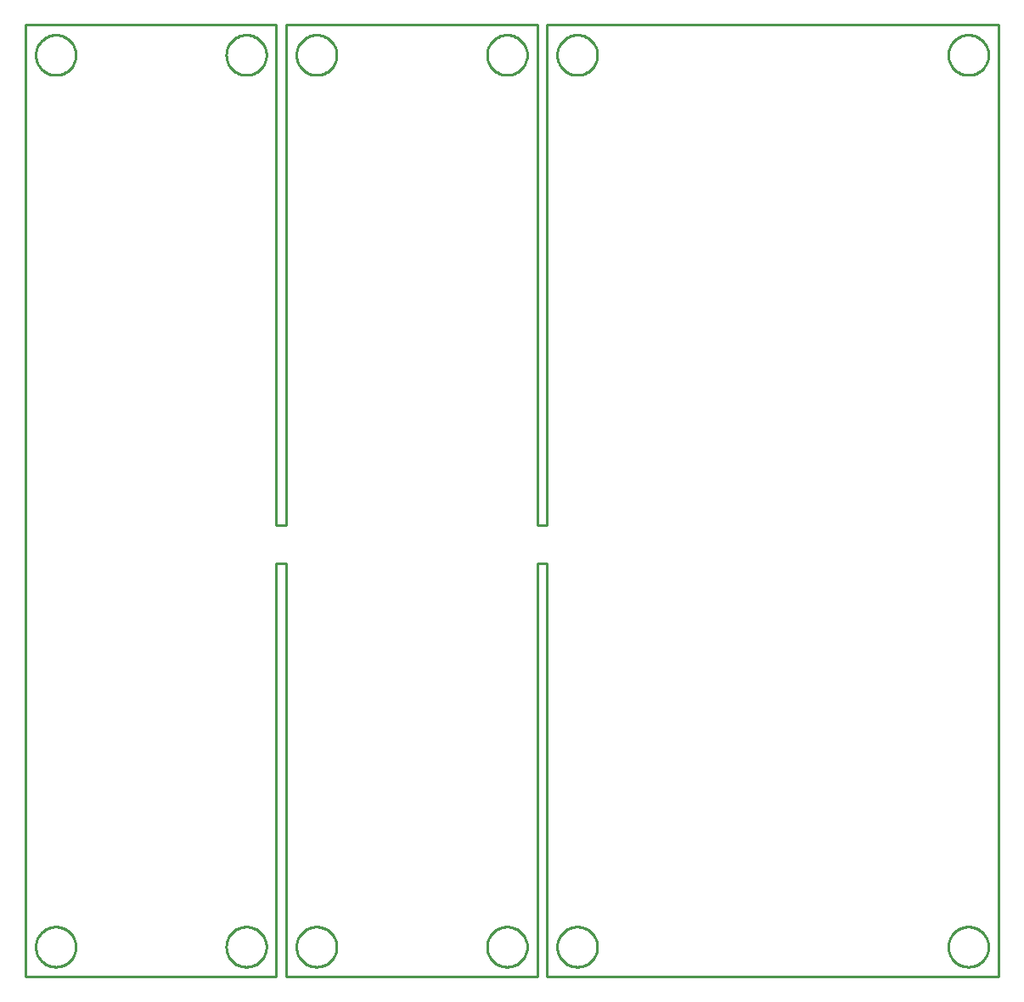
<source format=gbr>
G04 EAGLE Gerber X2 export*
%TF.Part,Single*%
%TF.FileFunction,Profile,NP*%
%TF.FilePolarity,Positive*%
%TF.GenerationSoftware,Autodesk,EAGLE,9.0.1*%
%TF.CreationDate,2018-05-22T13:38:53Z*%
G75*
%MOMM*%
%FSLAX34Y34*%
%LPD*%
%AMOC8*
5,1,8,0,0,1.08239X$1,22.5*%
G01*
%ADD10C,0.254000*%


D10*
X0Y0D02*
X250000Y0D01*
X250000Y412750D01*
X260000Y412750D01*
X260000Y0D01*
X510000Y0D01*
X510000Y412750D01*
X520000Y412750D01*
X520000Y0D01*
X970000Y0D01*
X970000Y950000D01*
X520000Y950000D01*
X520000Y450850D01*
X510000Y450850D01*
X510000Y950000D01*
X260000Y950000D01*
X260000Y450850D01*
X250000Y450850D01*
X250000Y950000D01*
X0Y950000D01*
X0Y0D01*
X50000Y29396D02*
X49927Y28189D01*
X49781Y26989D01*
X49563Y25800D01*
X49274Y24627D01*
X48915Y23473D01*
X48486Y22343D01*
X47990Y21241D01*
X47428Y20170D01*
X46803Y19136D01*
X46116Y18141D01*
X45371Y17190D01*
X44569Y16285D01*
X43715Y15431D01*
X42810Y14629D01*
X41859Y13884D01*
X40864Y13197D01*
X39830Y12572D01*
X38759Y12010D01*
X37657Y11514D01*
X36527Y11085D01*
X35373Y10726D01*
X34200Y10437D01*
X33011Y10219D01*
X31811Y10073D01*
X30604Y10000D01*
X29396Y10000D01*
X28189Y10073D01*
X26989Y10219D01*
X25800Y10437D01*
X24627Y10726D01*
X23473Y11085D01*
X22343Y11514D01*
X21241Y12010D01*
X20170Y12572D01*
X19136Y13197D01*
X18141Y13884D01*
X17190Y14629D01*
X16285Y15431D01*
X15431Y16285D01*
X14629Y17190D01*
X13884Y18141D01*
X13197Y19136D01*
X12572Y20170D01*
X12010Y21241D01*
X11514Y22343D01*
X11085Y23473D01*
X10726Y24627D01*
X10437Y25800D01*
X10219Y26989D01*
X10073Y28189D01*
X10000Y29396D01*
X10000Y30604D01*
X10073Y31811D01*
X10219Y33011D01*
X10437Y34200D01*
X10726Y35373D01*
X11085Y36527D01*
X11514Y37657D01*
X12010Y38759D01*
X12572Y39830D01*
X13197Y40864D01*
X13884Y41859D01*
X14629Y42810D01*
X15431Y43715D01*
X16285Y44569D01*
X17190Y45371D01*
X18141Y46116D01*
X19136Y46803D01*
X20170Y47428D01*
X21241Y47990D01*
X22343Y48486D01*
X23473Y48915D01*
X24627Y49274D01*
X25800Y49563D01*
X26989Y49781D01*
X28189Y49927D01*
X29396Y50000D01*
X30604Y50000D01*
X31811Y49927D01*
X33011Y49781D01*
X34200Y49563D01*
X35373Y49274D01*
X36527Y48915D01*
X37657Y48486D01*
X38759Y47990D01*
X39830Y47428D01*
X40864Y46803D01*
X41859Y46116D01*
X42810Y45371D01*
X43715Y44569D01*
X44569Y43715D01*
X45371Y42810D01*
X46116Y41859D01*
X46803Y40864D01*
X47428Y39830D01*
X47990Y38759D01*
X48486Y37657D01*
X48915Y36527D01*
X49274Y35373D01*
X49563Y34200D01*
X49781Y33011D01*
X49927Y31811D01*
X50000Y30604D01*
X50000Y29396D01*
X310000Y29396D02*
X309927Y28189D01*
X309781Y26989D01*
X309563Y25800D01*
X309274Y24627D01*
X308915Y23473D01*
X308486Y22343D01*
X307990Y21241D01*
X307428Y20170D01*
X306803Y19136D01*
X306116Y18141D01*
X305371Y17190D01*
X304569Y16285D01*
X303715Y15431D01*
X302810Y14629D01*
X301859Y13884D01*
X300864Y13197D01*
X299830Y12572D01*
X298759Y12010D01*
X297657Y11514D01*
X296527Y11085D01*
X295373Y10726D01*
X294200Y10437D01*
X293011Y10219D01*
X291811Y10073D01*
X290604Y10000D01*
X289396Y10000D01*
X288189Y10073D01*
X286989Y10219D01*
X285800Y10437D01*
X284627Y10726D01*
X283473Y11085D01*
X282343Y11514D01*
X281241Y12010D01*
X280170Y12572D01*
X279136Y13197D01*
X278141Y13884D01*
X277190Y14629D01*
X276285Y15431D01*
X275431Y16285D01*
X274629Y17190D01*
X273884Y18141D01*
X273197Y19136D01*
X272572Y20170D01*
X272010Y21241D01*
X271514Y22343D01*
X271085Y23473D01*
X270726Y24627D01*
X270437Y25800D01*
X270219Y26989D01*
X270073Y28189D01*
X270000Y29396D01*
X270000Y30604D01*
X270073Y31811D01*
X270219Y33011D01*
X270437Y34200D01*
X270726Y35373D01*
X271085Y36527D01*
X271514Y37657D01*
X272010Y38759D01*
X272572Y39830D01*
X273197Y40864D01*
X273884Y41859D01*
X274629Y42810D01*
X275431Y43715D01*
X276285Y44569D01*
X277190Y45371D01*
X278141Y46116D01*
X279136Y46803D01*
X280170Y47428D01*
X281241Y47990D01*
X282343Y48486D01*
X283473Y48915D01*
X284627Y49274D01*
X285800Y49563D01*
X286989Y49781D01*
X288189Y49927D01*
X289396Y50000D01*
X290604Y50000D01*
X291811Y49927D01*
X293011Y49781D01*
X294200Y49563D01*
X295373Y49274D01*
X296527Y48915D01*
X297657Y48486D01*
X298759Y47990D01*
X299830Y47428D01*
X300864Y46803D01*
X301859Y46116D01*
X302810Y45371D01*
X303715Y44569D01*
X304569Y43715D01*
X305371Y42810D01*
X306116Y41859D01*
X306803Y40864D01*
X307428Y39830D01*
X307990Y38759D01*
X308486Y37657D01*
X308915Y36527D01*
X309274Y35373D01*
X309563Y34200D01*
X309781Y33011D01*
X309927Y31811D01*
X310000Y30604D01*
X310000Y29396D01*
X240000Y29396D02*
X239927Y28189D01*
X239781Y26989D01*
X239563Y25800D01*
X239274Y24627D01*
X238915Y23473D01*
X238486Y22343D01*
X237990Y21241D01*
X237428Y20170D01*
X236803Y19136D01*
X236116Y18141D01*
X235371Y17190D01*
X234569Y16285D01*
X233715Y15431D01*
X232810Y14629D01*
X231859Y13884D01*
X230864Y13197D01*
X229830Y12572D01*
X228759Y12010D01*
X227657Y11514D01*
X226527Y11085D01*
X225373Y10726D01*
X224200Y10437D01*
X223011Y10219D01*
X221811Y10073D01*
X220604Y10000D01*
X219396Y10000D01*
X218189Y10073D01*
X216989Y10219D01*
X215800Y10437D01*
X214627Y10726D01*
X213473Y11085D01*
X212343Y11514D01*
X211241Y12010D01*
X210170Y12572D01*
X209136Y13197D01*
X208141Y13884D01*
X207190Y14629D01*
X206285Y15431D01*
X205431Y16285D01*
X204629Y17190D01*
X203884Y18141D01*
X203197Y19136D01*
X202572Y20170D01*
X202010Y21241D01*
X201514Y22343D01*
X201085Y23473D01*
X200726Y24627D01*
X200437Y25800D01*
X200219Y26989D01*
X200073Y28189D01*
X200000Y29396D01*
X200000Y30604D01*
X200073Y31811D01*
X200219Y33011D01*
X200437Y34200D01*
X200726Y35373D01*
X201085Y36527D01*
X201514Y37657D01*
X202010Y38759D01*
X202572Y39830D01*
X203197Y40864D01*
X203884Y41859D01*
X204629Y42810D01*
X205431Y43715D01*
X206285Y44569D01*
X207190Y45371D01*
X208141Y46116D01*
X209136Y46803D01*
X210170Y47428D01*
X211241Y47990D01*
X212343Y48486D01*
X213473Y48915D01*
X214627Y49274D01*
X215800Y49563D01*
X216989Y49781D01*
X218189Y49927D01*
X219396Y50000D01*
X220604Y50000D01*
X221811Y49927D01*
X223011Y49781D01*
X224200Y49563D01*
X225373Y49274D01*
X226527Y48915D01*
X227657Y48486D01*
X228759Y47990D01*
X229830Y47428D01*
X230864Y46803D01*
X231859Y46116D01*
X232810Y45371D01*
X233715Y44569D01*
X234569Y43715D01*
X235371Y42810D01*
X236116Y41859D01*
X236803Y40864D01*
X237428Y39830D01*
X237990Y38759D01*
X238486Y37657D01*
X238915Y36527D01*
X239274Y35373D01*
X239563Y34200D01*
X239781Y33011D01*
X239927Y31811D01*
X240000Y30604D01*
X240000Y29396D01*
X500000Y29396D02*
X499927Y28189D01*
X499781Y26989D01*
X499563Y25800D01*
X499274Y24627D01*
X498915Y23473D01*
X498486Y22343D01*
X497990Y21241D01*
X497428Y20170D01*
X496803Y19136D01*
X496116Y18141D01*
X495371Y17190D01*
X494569Y16285D01*
X493715Y15431D01*
X492810Y14629D01*
X491859Y13884D01*
X490864Y13197D01*
X489830Y12572D01*
X488759Y12010D01*
X487657Y11514D01*
X486527Y11085D01*
X485373Y10726D01*
X484200Y10437D01*
X483011Y10219D01*
X481811Y10073D01*
X480604Y10000D01*
X479396Y10000D01*
X478189Y10073D01*
X476989Y10219D01*
X475800Y10437D01*
X474627Y10726D01*
X473473Y11085D01*
X472343Y11514D01*
X471241Y12010D01*
X470170Y12572D01*
X469136Y13197D01*
X468141Y13884D01*
X467190Y14629D01*
X466285Y15431D01*
X465431Y16285D01*
X464629Y17190D01*
X463884Y18141D01*
X463197Y19136D01*
X462572Y20170D01*
X462010Y21241D01*
X461514Y22343D01*
X461085Y23473D01*
X460726Y24627D01*
X460437Y25800D01*
X460219Y26989D01*
X460073Y28189D01*
X460000Y29396D01*
X460000Y30604D01*
X460073Y31811D01*
X460219Y33011D01*
X460437Y34200D01*
X460726Y35373D01*
X461085Y36527D01*
X461514Y37657D01*
X462010Y38759D01*
X462572Y39830D01*
X463197Y40864D01*
X463884Y41859D01*
X464629Y42810D01*
X465431Y43715D01*
X466285Y44569D01*
X467190Y45371D01*
X468141Y46116D01*
X469136Y46803D01*
X470170Y47428D01*
X471241Y47990D01*
X472343Y48486D01*
X473473Y48915D01*
X474627Y49274D01*
X475800Y49563D01*
X476989Y49781D01*
X478189Y49927D01*
X479396Y50000D01*
X480604Y50000D01*
X481811Y49927D01*
X483011Y49781D01*
X484200Y49563D01*
X485373Y49274D01*
X486527Y48915D01*
X487657Y48486D01*
X488759Y47990D01*
X489830Y47428D01*
X490864Y46803D01*
X491859Y46116D01*
X492810Y45371D01*
X493715Y44569D01*
X494569Y43715D01*
X495371Y42810D01*
X496116Y41859D01*
X496803Y40864D01*
X497428Y39830D01*
X497990Y38759D01*
X498486Y37657D01*
X498915Y36527D01*
X499274Y35373D01*
X499563Y34200D01*
X499781Y33011D01*
X499927Y31811D01*
X500000Y30604D01*
X500000Y29396D01*
X570000Y29396D02*
X569927Y28189D01*
X569781Y26989D01*
X569563Y25800D01*
X569274Y24627D01*
X568915Y23473D01*
X568486Y22343D01*
X567990Y21241D01*
X567428Y20170D01*
X566803Y19136D01*
X566116Y18141D01*
X565371Y17190D01*
X564569Y16285D01*
X563715Y15431D01*
X562810Y14629D01*
X561859Y13884D01*
X560864Y13197D01*
X559830Y12572D01*
X558759Y12010D01*
X557657Y11514D01*
X556527Y11085D01*
X555373Y10726D01*
X554200Y10437D01*
X553011Y10219D01*
X551811Y10073D01*
X550604Y10000D01*
X549396Y10000D01*
X548189Y10073D01*
X546989Y10219D01*
X545800Y10437D01*
X544627Y10726D01*
X543473Y11085D01*
X542343Y11514D01*
X541241Y12010D01*
X540170Y12572D01*
X539136Y13197D01*
X538141Y13884D01*
X537190Y14629D01*
X536285Y15431D01*
X535431Y16285D01*
X534629Y17190D01*
X533884Y18141D01*
X533197Y19136D01*
X532572Y20170D01*
X532010Y21241D01*
X531514Y22343D01*
X531085Y23473D01*
X530726Y24627D01*
X530437Y25800D01*
X530219Y26989D01*
X530073Y28189D01*
X530000Y29396D01*
X530000Y30604D01*
X530073Y31811D01*
X530219Y33011D01*
X530437Y34200D01*
X530726Y35373D01*
X531085Y36527D01*
X531514Y37657D01*
X532010Y38759D01*
X532572Y39830D01*
X533197Y40864D01*
X533884Y41859D01*
X534629Y42810D01*
X535431Y43715D01*
X536285Y44569D01*
X537190Y45371D01*
X538141Y46116D01*
X539136Y46803D01*
X540170Y47428D01*
X541241Y47990D01*
X542343Y48486D01*
X543473Y48915D01*
X544627Y49274D01*
X545800Y49563D01*
X546989Y49781D01*
X548189Y49927D01*
X549396Y50000D01*
X550604Y50000D01*
X551811Y49927D01*
X553011Y49781D01*
X554200Y49563D01*
X555373Y49274D01*
X556527Y48915D01*
X557657Y48486D01*
X558759Y47990D01*
X559830Y47428D01*
X560864Y46803D01*
X561859Y46116D01*
X562810Y45371D01*
X563715Y44569D01*
X564569Y43715D01*
X565371Y42810D01*
X566116Y41859D01*
X566803Y40864D01*
X567428Y39830D01*
X567990Y38759D01*
X568486Y37657D01*
X568915Y36527D01*
X569274Y35373D01*
X569563Y34200D01*
X569781Y33011D01*
X569927Y31811D01*
X570000Y30604D01*
X570000Y29396D01*
X960000Y29396D02*
X959927Y28189D01*
X959781Y26989D01*
X959563Y25800D01*
X959274Y24627D01*
X958915Y23473D01*
X958486Y22343D01*
X957990Y21241D01*
X957428Y20170D01*
X956803Y19136D01*
X956116Y18141D01*
X955371Y17190D01*
X954569Y16285D01*
X953715Y15431D01*
X952810Y14629D01*
X951859Y13884D01*
X950864Y13197D01*
X949830Y12572D01*
X948759Y12010D01*
X947657Y11514D01*
X946527Y11085D01*
X945373Y10726D01*
X944200Y10437D01*
X943011Y10219D01*
X941811Y10073D01*
X940604Y10000D01*
X939396Y10000D01*
X938189Y10073D01*
X936989Y10219D01*
X935800Y10437D01*
X934627Y10726D01*
X933473Y11085D01*
X932343Y11514D01*
X931241Y12010D01*
X930170Y12572D01*
X929136Y13197D01*
X928141Y13884D01*
X927190Y14629D01*
X926285Y15431D01*
X925431Y16285D01*
X924629Y17190D01*
X923884Y18141D01*
X923197Y19136D01*
X922572Y20170D01*
X922010Y21241D01*
X921514Y22343D01*
X921085Y23473D01*
X920726Y24627D01*
X920437Y25800D01*
X920219Y26989D01*
X920073Y28189D01*
X920000Y29396D01*
X920000Y30604D01*
X920073Y31811D01*
X920219Y33011D01*
X920437Y34200D01*
X920726Y35373D01*
X921085Y36527D01*
X921514Y37657D01*
X922010Y38759D01*
X922572Y39830D01*
X923197Y40864D01*
X923884Y41859D01*
X924629Y42810D01*
X925431Y43715D01*
X926285Y44569D01*
X927190Y45371D01*
X928141Y46116D01*
X929136Y46803D01*
X930170Y47428D01*
X931241Y47990D01*
X932343Y48486D01*
X933473Y48915D01*
X934627Y49274D01*
X935800Y49563D01*
X936989Y49781D01*
X938189Y49927D01*
X939396Y50000D01*
X940604Y50000D01*
X941811Y49927D01*
X943011Y49781D01*
X944200Y49563D01*
X945373Y49274D01*
X946527Y48915D01*
X947657Y48486D01*
X948759Y47990D01*
X949830Y47428D01*
X950864Y46803D01*
X951859Y46116D01*
X952810Y45371D01*
X953715Y44569D01*
X954569Y43715D01*
X955371Y42810D01*
X956116Y41859D01*
X956803Y40864D01*
X957428Y39830D01*
X957990Y38759D01*
X958486Y37657D01*
X958915Y36527D01*
X959274Y35373D01*
X959563Y34200D01*
X959781Y33011D01*
X959927Y31811D01*
X960000Y30604D01*
X960000Y29396D01*
X570000Y919396D02*
X569927Y918189D01*
X569781Y916989D01*
X569563Y915800D01*
X569274Y914627D01*
X568915Y913473D01*
X568486Y912343D01*
X567990Y911241D01*
X567428Y910170D01*
X566803Y909136D01*
X566116Y908141D01*
X565371Y907190D01*
X564569Y906285D01*
X563715Y905431D01*
X562810Y904629D01*
X561859Y903884D01*
X560864Y903197D01*
X559830Y902572D01*
X558759Y902010D01*
X557657Y901514D01*
X556527Y901085D01*
X555373Y900726D01*
X554200Y900437D01*
X553011Y900219D01*
X551811Y900073D01*
X550604Y900000D01*
X549396Y900000D01*
X548189Y900073D01*
X546989Y900219D01*
X545800Y900437D01*
X544627Y900726D01*
X543473Y901085D01*
X542343Y901514D01*
X541241Y902010D01*
X540170Y902572D01*
X539136Y903197D01*
X538141Y903884D01*
X537190Y904629D01*
X536285Y905431D01*
X535431Y906285D01*
X534629Y907190D01*
X533884Y908141D01*
X533197Y909136D01*
X532572Y910170D01*
X532010Y911241D01*
X531514Y912343D01*
X531085Y913473D01*
X530726Y914627D01*
X530437Y915800D01*
X530219Y916989D01*
X530073Y918189D01*
X530000Y919396D01*
X530000Y920604D01*
X530073Y921811D01*
X530219Y923011D01*
X530437Y924200D01*
X530726Y925373D01*
X531085Y926527D01*
X531514Y927657D01*
X532010Y928759D01*
X532572Y929830D01*
X533197Y930864D01*
X533884Y931859D01*
X534629Y932810D01*
X535431Y933715D01*
X536285Y934569D01*
X537190Y935371D01*
X538141Y936116D01*
X539136Y936803D01*
X540170Y937428D01*
X541241Y937990D01*
X542343Y938486D01*
X543473Y938915D01*
X544627Y939274D01*
X545800Y939563D01*
X546989Y939781D01*
X548189Y939927D01*
X549396Y940000D01*
X550604Y940000D01*
X551811Y939927D01*
X553011Y939781D01*
X554200Y939563D01*
X555373Y939274D01*
X556527Y938915D01*
X557657Y938486D01*
X558759Y937990D01*
X559830Y937428D01*
X560864Y936803D01*
X561859Y936116D01*
X562810Y935371D01*
X563715Y934569D01*
X564569Y933715D01*
X565371Y932810D01*
X566116Y931859D01*
X566803Y930864D01*
X567428Y929830D01*
X567990Y928759D01*
X568486Y927657D01*
X568915Y926527D01*
X569274Y925373D01*
X569563Y924200D01*
X569781Y923011D01*
X569927Y921811D01*
X570000Y920604D01*
X570000Y919396D01*
X960000Y919396D02*
X959927Y918189D01*
X959781Y916989D01*
X959563Y915800D01*
X959274Y914627D01*
X958915Y913473D01*
X958486Y912343D01*
X957990Y911241D01*
X957428Y910170D01*
X956803Y909136D01*
X956116Y908141D01*
X955371Y907190D01*
X954569Y906285D01*
X953715Y905431D01*
X952810Y904629D01*
X951859Y903884D01*
X950864Y903197D01*
X949830Y902572D01*
X948759Y902010D01*
X947657Y901514D01*
X946527Y901085D01*
X945373Y900726D01*
X944200Y900437D01*
X943011Y900219D01*
X941811Y900073D01*
X940604Y900000D01*
X939396Y900000D01*
X938189Y900073D01*
X936989Y900219D01*
X935800Y900437D01*
X934627Y900726D01*
X933473Y901085D01*
X932343Y901514D01*
X931241Y902010D01*
X930170Y902572D01*
X929136Y903197D01*
X928141Y903884D01*
X927190Y904629D01*
X926285Y905431D01*
X925431Y906285D01*
X924629Y907190D01*
X923884Y908141D01*
X923197Y909136D01*
X922572Y910170D01*
X922010Y911241D01*
X921514Y912343D01*
X921085Y913473D01*
X920726Y914627D01*
X920437Y915800D01*
X920219Y916989D01*
X920073Y918189D01*
X920000Y919396D01*
X920000Y920604D01*
X920073Y921811D01*
X920219Y923011D01*
X920437Y924200D01*
X920726Y925373D01*
X921085Y926527D01*
X921514Y927657D01*
X922010Y928759D01*
X922572Y929830D01*
X923197Y930864D01*
X923884Y931859D01*
X924629Y932810D01*
X925431Y933715D01*
X926285Y934569D01*
X927190Y935371D01*
X928141Y936116D01*
X929136Y936803D01*
X930170Y937428D01*
X931241Y937990D01*
X932343Y938486D01*
X933473Y938915D01*
X934627Y939274D01*
X935800Y939563D01*
X936989Y939781D01*
X938189Y939927D01*
X939396Y940000D01*
X940604Y940000D01*
X941811Y939927D01*
X943011Y939781D01*
X944200Y939563D01*
X945373Y939274D01*
X946527Y938915D01*
X947657Y938486D01*
X948759Y937990D01*
X949830Y937428D01*
X950864Y936803D01*
X951859Y936116D01*
X952810Y935371D01*
X953715Y934569D01*
X954569Y933715D01*
X955371Y932810D01*
X956116Y931859D01*
X956803Y930864D01*
X957428Y929830D01*
X957990Y928759D01*
X958486Y927657D01*
X958915Y926527D01*
X959274Y925373D01*
X959563Y924200D01*
X959781Y923011D01*
X959927Y921811D01*
X960000Y920604D01*
X960000Y919396D01*
X500000Y919396D02*
X499927Y918189D01*
X499781Y916989D01*
X499563Y915800D01*
X499274Y914627D01*
X498915Y913473D01*
X498486Y912343D01*
X497990Y911241D01*
X497428Y910170D01*
X496803Y909136D01*
X496116Y908141D01*
X495371Y907190D01*
X494569Y906285D01*
X493715Y905431D01*
X492810Y904629D01*
X491859Y903884D01*
X490864Y903197D01*
X489830Y902572D01*
X488759Y902010D01*
X487657Y901514D01*
X486527Y901085D01*
X485373Y900726D01*
X484200Y900437D01*
X483011Y900219D01*
X481811Y900073D01*
X480604Y900000D01*
X479396Y900000D01*
X478189Y900073D01*
X476989Y900219D01*
X475800Y900437D01*
X474627Y900726D01*
X473473Y901085D01*
X472343Y901514D01*
X471241Y902010D01*
X470170Y902572D01*
X469136Y903197D01*
X468141Y903884D01*
X467190Y904629D01*
X466285Y905431D01*
X465431Y906285D01*
X464629Y907190D01*
X463884Y908141D01*
X463197Y909136D01*
X462572Y910170D01*
X462010Y911241D01*
X461514Y912343D01*
X461085Y913473D01*
X460726Y914627D01*
X460437Y915800D01*
X460219Y916989D01*
X460073Y918189D01*
X460000Y919396D01*
X460000Y920604D01*
X460073Y921811D01*
X460219Y923011D01*
X460437Y924200D01*
X460726Y925373D01*
X461085Y926527D01*
X461514Y927657D01*
X462010Y928759D01*
X462572Y929830D01*
X463197Y930864D01*
X463884Y931859D01*
X464629Y932810D01*
X465431Y933715D01*
X466285Y934569D01*
X467190Y935371D01*
X468141Y936116D01*
X469136Y936803D01*
X470170Y937428D01*
X471241Y937990D01*
X472343Y938486D01*
X473473Y938915D01*
X474627Y939274D01*
X475800Y939563D01*
X476989Y939781D01*
X478189Y939927D01*
X479396Y940000D01*
X480604Y940000D01*
X481811Y939927D01*
X483011Y939781D01*
X484200Y939563D01*
X485373Y939274D01*
X486527Y938915D01*
X487657Y938486D01*
X488759Y937990D01*
X489830Y937428D01*
X490864Y936803D01*
X491859Y936116D01*
X492810Y935371D01*
X493715Y934569D01*
X494569Y933715D01*
X495371Y932810D01*
X496116Y931859D01*
X496803Y930864D01*
X497428Y929830D01*
X497990Y928759D01*
X498486Y927657D01*
X498915Y926527D01*
X499274Y925373D01*
X499563Y924200D01*
X499781Y923011D01*
X499927Y921811D01*
X500000Y920604D01*
X500000Y919396D01*
X310000Y919396D02*
X309927Y918189D01*
X309781Y916989D01*
X309563Y915800D01*
X309274Y914627D01*
X308915Y913473D01*
X308486Y912343D01*
X307990Y911241D01*
X307428Y910170D01*
X306803Y909136D01*
X306116Y908141D01*
X305371Y907190D01*
X304569Y906285D01*
X303715Y905431D01*
X302810Y904629D01*
X301859Y903884D01*
X300864Y903197D01*
X299830Y902572D01*
X298759Y902010D01*
X297657Y901514D01*
X296527Y901085D01*
X295373Y900726D01*
X294200Y900437D01*
X293011Y900219D01*
X291811Y900073D01*
X290604Y900000D01*
X289396Y900000D01*
X288189Y900073D01*
X286989Y900219D01*
X285800Y900437D01*
X284627Y900726D01*
X283473Y901085D01*
X282343Y901514D01*
X281241Y902010D01*
X280170Y902572D01*
X279136Y903197D01*
X278141Y903884D01*
X277190Y904629D01*
X276285Y905431D01*
X275431Y906285D01*
X274629Y907190D01*
X273884Y908141D01*
X273197Y909136D01*
X272572Y910170D01*
X272010Y911241D01*
X271514Y912343D01*
X271085Y913473D01*
X270726Y914627D01*
X270437Y915800D01*
X270219Y916989D01*
X270073Y918189D01*
X270000Y919396D01*
X270000Y920604D01*
X270073Y921811D01*
X270219Y923011D01*
X270437Y924200D01*
X270726Y925373D01*
X271085Y926527D01*
X271514Y927657D01*
X272010Y928759D01*
X272572Y929830D01*
X273197Y930864D01*
X273884Y931859D01*
X274629Y932810D01*
X275431Y933715D01*
X276285Y934569D01*
X277190Y935371D01*
X278141Y936116D01*
X279136Y936803D01*
X280170Y937428D01*
X281241Y937990D01*
X282343Y938486D01*
X283473Y938915D01*
X284627Y939274D01*
X285800Y939563D01*
X286989Y939781D01*
X288189Y939927D01*
X289396Y940000D01*
X290604Y940000D01*
X291811Y939927D01*
X293011Y939781D01*
X294200Y939563D01*
X295373Y939274D01*
X296527Y938915D01*
X297657Y938486D01*
X298759Y937990D01*
X299830Y937428D01*
X300864Y936803D01*
X301859Y936116D01*
X302810Y935371D01*
X303715Y934569D01*
X304569Y933715D01*
X305371Y932810D01*
X306116Y931859D01*
X306803Y930864D01*
X307428Y929830D01*
X307990Y928759D01*
X308486Y927657D01*
X308915Y926527D01*
X309274Y925373D01*
X309563Y924200D01*
X309781Y923011D01*
X309927Y921811D01*
X310000Y920604D01*
X310000Y919396D01*
X240000Y919396D02*
X239927Y918189D01*
X239781Y916989D01*
X239563Y915800D01*
X239274Y914627D01*
X238915Y913473D01*
X238486Y912343D01*
X237990Y911241D01*
X237428Y910170D01*
X236803Y909136D01*
X236116Y908141D01*
X235371Y907190D01*
X234569Y906285D01*
X233715Y905431D01*
X232810Y904629D01*
X231859Y903884D01*
X230864Y903197D01*
X229830Y902572D01*
X228759Y902010D01*
X227657Y901514D01*
X226527Y901085D01*
X225373Y900726D01*
X224200Y900437D01*
X223011Y900219D01*
X221811Y900073D01*
X220604Y900000D01*
X219396Y900000D01*
X218189Y900073D01*
X216989Y900219D01*
X215800Y900437D01*
X214627Y900726D01*
X213473Y901085D01*
X212343Y901514D01*
X211241Y902010D01*
X210170Y902572D01*
X209136Y903197D01*
X208141Y903884D01*
X207190Y904629D01*
X206285Y905431D01*
X205431Y906285D01*
X204629Y907190D01*
X203884Y908141D01*
X203197Y909136D01*
X202572Y910170D01*
X202010Y911241D01*
X201514Y912343D01*
X201085Y913473D01*
X200726Y914627D01*
X200437Y915800D01*
X200219Y916989D01*
X200073Y918189D01*
X200000Y919396D01*
X200000Y920604D01*
X200073Y921811D01*
X200219Y923011D01*
X200437Y924200D01*
X200726Y925373D01*
X201085Y926527D01*
X201514Y927657D01*
X202010Y928759D01*
X202572Y929830D01*
X203197Y930864D01*
X203884Y931859D01*
X204629Y932810D01*
X205431Y933715D01*
X206285Y934569D01*
X207190Y935371D01*
X208141Y936116D01*
X209136Y936803D01*
X210170Y937428D01*
X211241Y937990D01*
X212343Y938486D01*
X213473Y938915D01*
X214627Y939274D01*
X215800Y939563D01*
X216989Y939781D01*
X218189Y939927D01*
X219396Y940000D01*
X220604Y940000D01*
X221811Y939927D01*
X223011Y939781D01*
X224200Y939563D01*
X225373Y939274D01*
X226527Y938915D01*
X227657Y938486D01*
X228759Y937990D01*
X229830Y937428D01*
X230864Y936803D01*
X231859Y936116D01*
X232810Y935371D01*
X233715Y934569D01*
X234569Y933715D01*
X235371Y932810D01*
X236116Y931859D01*
X236803Y930864D01*
X237428Y929830D01*
X237990Y928759D01*
X238486Y927657D01*
X238915Y926527D01*
X239274Y925373D01*
X239563Y924200D01*
X239781Y923011D01*
X239927Y921811D01*
X240000Y920604D01*
X240000Y919396D01*
X50000Y919396D02*
X49927Y918189D01*
X49781Y916989D01*
X49563Y915800D01*
X49274Y914627D01*
X48915Y913473D01*
X48486Y912343D01*
X47990Y911241D01*
X47428Y910170D01*
X46803Y909136D01*
X46116Y908141D01*
X45371Y907190D01*
X44569Y906285D01*
X43715Y905431D01*
X42810Y904629D01*
X41859Y903884D01*
X40864Y903197D01*
X39830Y902572D01*
X38759Y902010D01*
X37657Y901514D01*
X36527Y901085D01*
X35373Y900726D01*
X34200Y900437D01*
X33011Y900219D01*
X31811Y900073D01*
X30604Y900000D01*
X29396Y900000D01*
X28189Y900073D01*
X26989Y900219D01*
X25800Y900437D01*
X24627Y900726D01*
X23473Y901085D01*
X22343Y901514D01*
X21241Y902010D01*
X20170Y902572D01*
X19136Y903197D01*
X18141Y903884D01*
X17190Y904629D01*
X16285Y905431D01*
X15431Y906285D01*
X14629Y907190D01*
X13884Y908141D01*
X13197Y909136D01*
X12572Y910170D01*
X12010Y911241D01*
X11514Y912343D01*
X11085Y913473D01*
X10726Y914627D01*
X10437Y915800D01*
X10219Y916989D01*
X10073Y918189D01*
X10000Y919396D01*
X10000Y920604D01*
X10073Y921811D01*
X10219Y923011D01*
X10437Y924200D01*
X10726Y925373D01*
X11085Y926527D01*
X11514Y927657D01*
X12010Y928759D01*
X12572Y929830D01*
X13197Y930864D01*
X13884Y931859D01*
X14629Y932810D01*
X15431Y933715D01*
X16285Y934569D01*
X17190Y935371D01*
X18141Y936116D01*
X19136Y936803D01*
X20170Y937428D01*
X21241Y937990D01*
X22343Y938486D01*
X23473Y938915D01*
X24627Y939274D01*
X25800Y939563D01*
X26989Y939781D01*
X28189Y939927D01*
X29396Y940000D01*
X30604Y940000D01*
X31811Y939927D01*
X33011Y939781D01*
X34200Y939563D01*
X35373Y939274D01*
X36527Y938915D01*
X37657Y938486D01*
X38759Y937990D01*
X39830Y937428D01*
X40864Y936803D01*
X41859Y936116D01*
X42810Y935371D01*
X43715Y934569D01*
X44569Y933715D01*
X45371Y932810D01*
X46116Y931859D01*
X46803Y930864D01*
X47428Y929830D01*
X47990Y928759D01*
X48486Y927657D01*
X48915Y926527D01*
X49274Y925373D01*
X49563Y924200D01*
X49781Y923011D01*
X49927Y921811D01*
X50000Y920604D01*
X50000Y919396D01*
X50000Y29396D02*
X49927Y28189D01*
X49781Y26989D01*
X49563Y25800D01*
X49274Y24627D01*
X48915Y23473D01*
X48486Y22343D01*
X47990Y21241D01*
X47428Y20170D01*
X46803Y19136D01*
X46116Y18141D01*
X45371Y17190D01*
X44569Y16285D01*
X43715Y15431D01*
X42810Y14629D01*
X41859Y13884D01*
X40864Y13197D01*
X39830Y12572D01*
X38759Y12010D01*
X37657Y11514D01*
X36527Y11085D01*
X35373Y10726D01*
X34200Y10437D01*
X33011Y10219D01*
X31811Y10073D01*
X30604Y10000D01*
X29396Y10000D01*
X28189Y10073D01*
X26989Y10219D01*
X25800Y10437D01*
X24627Y10726D01*
X23473Y11085D01*
X22343Y11514D01*
X21241Y12010D01*
X20170Y12572D01*
X19136Y13197D01*
X18141Y13884D01*
X17190Y14629D01*
X16285Y15431D01*
X15431Y16285D01*
X14629Y17190D01*
X13884Y18141D01*
X13197Y19136D01*
X12572Y20170D01*
X12010Y21241D01*
X11514Y22343D01*
X11085Y23473D01*
X10726Y24627D01*
X10437Y25800D01*
X10219Y26989D01*
X10073Y28189D01*
X10000Y29396D01*
X10000Y30604D01*
X10073Y31811D01*
X10219Y33011D01*
X10437Y34200D01*
X10726Y35373D01*
X11085Y36527D01*
X11514Y37657D01*
X12010Y38759D01*
X12572Y39830D01*
X13197Y40864D01*
X13884Y41859D01*
X14629Y42810D01*
X15431Y43715D01*
X16285Y44569D01*
X17190Y45371D01*
X18141Y46116D01*
X19136Y46803D01*
X20170Y47428D01*
X21241Y47990D01*
X22343Y48486D01*
X23473Y48915D01*
X24627Y49274D01*
X25800Y49563D01*
X26989Y49781D01*
X28189Y49927D01*
X29396Y50000D01*
X30604Y50000D01*
X31811Y49927D01*
X33011Y49781D01*
X34200Y49563D01*
X35373Y49274D01*
X36527Y48915D01*
X37657Y48486D01*
X38759Y47990D01*
X39830Y47428D01*
X40864Y46803D01*
X41859Y46116D01*
X42810Y45371D01*
X43715Y44569D01*
X44569Y43715D01*
X45371Y42810D01*
X46116Y41859D01*
X46803Y40864D01*
X47428Y39830D01*
X47990Y38759D01*
X48486Y37657D01*
X48915Y36527D01*
X49274Y35373D01*
X49563Y34200D01*
X49781Y33011D01*
X49927Y31811D01*
X50000Y30604D01*
X50000Y29396D01*
X310000Y29396D02*
X309927Y28189D01*
X309781Y26989D01*
X309563Y25800D01*
X309274Y24627D01*
X308915Y23473D01*
X308486Y22343D01*
X307990Y21241D01*
X307428Y20170D01*
X306803Y19136D01*
X306116Y18141D01*
X305371Y17190D01*
X304569Y16285D01*
X303715Y15431D01*
X302810Y14629D01*
X301859Y13884D01*
X300864Y13197D01*
X299830Y12572D01*
X298759Y12010D01*
X297657Y11514D01*
X296527Y11085D01*
X295373Y10726D01*
X294200Y10437D01*
X293011Y10219D01*
X291811Y10073D01*
X290604Y10000D01*
X289396Y10000D01*
X288189Y10073D01*
X286989Y10219D01*
X285800Y10437D01*
X284627Y10726D01*
X283473Y11085D01*
X282343Y11514D01*
X281241Y12010D01*
X280170Y12572D01*
X279136Y13197D01*
X278141Y13884D01*
X277190Y14629D01*
X276285Y15431D01*
X275431Y16285D01*
X274629Y17190D01*
X273884Y18141D01*
X273197Y19136D01*
X272572Y20170D01*
X272010Y21241D01*
X271514Y22343D01*
X271085Y23473D01*
X270726Y24627D01*
X270437Y25800D01*
X270219Y26989D01*
X270073Y28189D01*
X270000Y29396D01*
X270000Y30604D01*
X270073Y31811D01*
X270219Y33011D01*
X270437Y34200D01*
X270726Y35373D01*
X271085Y36527D01*
X271514Y37657D01*
X272010Y38759D01*
X272572Y39830D01*
X273197Y40864D01*
X273884Y41859D01*
X274629Y42810D01*
X275431Y43715D01*
X276285Y44569D01*
X277190Y45371D01*
X278141Y46116D01*
X279136Y46803D01*
X280170Y47428D01*
X281241Y47990D01*
X282343Y48486D01*
X283473Y48915D01*
X284627Y49274D01*
X285800Y49563D01*
X286989Y49781D01*
X288189Y49927D01*
X289396Y50000D01*
X290604Y50000D01*
X291811Y49927D01*
X293011Y49781D01*
X294200Y49563D01*
X295373Y49274D01*
X296527Y48915D01*
X297657Y48486D01*
X298759Y47990D01*
X299830Y47428D01*
X300864Y46803D01*
X301859Y46116D01*
X302810Y45371D01*
X303715Y44569D01*
X304569Y43715D01*
X305371Y42810D01*
X306116Y41859D01*
X306803Y40864D01*
X307428Y39830D01*
X307990Y38759D01*
X308486Y37657D01*
X308915Y36527D01*
X309274Y35373D01*
X309563Y34200D01*
X309781Y33011D01*
X309927Y31811D01*
X310000Y30604D01*
X310000Y29396D01*
X240000Y29396D02*
X239927Y28189D01*
X239781Y26989D01*
X239563Y25800D01*
X239274Y24627D01*
X238915Y23473D01*
X238486Y22343D01*
X237990Y21241D01*
X237428Y20170D01*
X236803Y19136D01*
X236116Y18141D01*
X235371Y17190D01*
X234569Y16285D01*
X233715Y15431D01*
X232810Y14629D01*
X231859Y13884D01*
X230864Y13197D01*
X229830Y12572D01*
X228759Y12010D01*
X227657Y11514D01*
X226527Y11085D01*
X225373Y10726D01*
X224200Y10437D01*
X223011Y10219D01*
X221811Y10073D01*
X220604Y10000D01*
X219396Y10000D01*
X218189Y10073D01*
X216989Y10219D01*
X215800Y10437D01*
X214627Y10726D01*
X213473Y11085D01*
X212343Y11514D01*
X211241Y12010D01*
X210170Y12572D01*
X209136Y13197D01*
X208141Y13884D01*
X207190Y14629D01*
X206285Y15431D01*
X205431Y16285D01*
X204629Y17190D01*
X203884Y18141D01*
X203197Y19136D01*
X202572Y20170D01*
X202010Y21241D01*
X201514Y22343D01*
X201085Y23473D01*
X200726Y24627D01*
X200437Y25800D01*
X200219Y26989D01*
X200073Y28189D01*
X200000Y29396D01*
X200000Y30604D01*
X200073Y31811D01*
X200219Y33011D01*
X200437Y34200D01*
X200726Y35373D01*
X201085Y36527D01*
X201514Y37657D01*
X202010Y38759D01*
X202572Y39830D01*
X203197Y40864D01*
X203884Y41859D01*
X204629Y42810D01*
X205431Y43715D01*
X206285Y44569D01*
X207190Y45371D01*
X208141Y46116D01*
X209136Y46803D01*
X210170Y47428D01*
X211241Y47990D01*
X212343Y48486D01*
X213473Y48915D01*
X214627Y49274D01*
X215800Y49563D01*
X216989Y49781D01*
X218189Y49927D01*
X219396Y50000D01*
X220604Y50000D01*
X221811Y49927D01*
X223011Y49781D01*
X224200Y49563D01*
X225373Y49274D01*
X226527Y48915D01*
X227657Y48486D01*
X228759Y47990D01*
X229830Y47428D01*
X230864Y46803D01*
X231859Y46116D01*
X232810Y45371D01*
X233715Y44569D01*
X234569Y43715D01*
X235371Y42810D01*
X236116Y41859D01*
X236803Y40864D01*
X237428Y39830D01*
X237990Y38759D01*
X238486Y37657D01*
X238915Y36527D01*
X239274Y35373D01*
X239563Y34200D01*
X239781Y33011D01*
X239927Y31811D01*
X240000Y30604D01*
X240000Y29396D01*
X500000Y29396D02*
X499927Y28189D01*
X499781Y26989D01*
X499563Y25800D01*
X499274Y24627D01*
X498915Y23473D01*
X498486Y22343D01*
X497990Y21241D01*
X497428Y20170D01*
X496803Y19136D01*
X496116Y18141D01*
X495371Y17190D01*
X494569Y16285D01*
X493715Y15431D01*
X492810Y14629D01*
X491859Y13884D01*
X490864Y13197D01*
X489830Y12572D01*
X488759Y12010D01*
X487657Y11514D01*
X486527Y11085D01*
X485373Y10726D01*
X484200Y10437D01*
X483011Y10219D01*
X481811Y10073D01*
X480604Y10000D01*
X479396Y10000D01*
X478189Y10073D01*
X476989Y10219D01*
X475800Y10437D01*
X474627Y10726D01*
X473473Y11085D01*
X472343Y11514D01*
X471241Y12010D01*
X470170Y12572D01*
X469136Y13197D01*
X468141Y13884D01*
X467190Y14629D01*
X466285Y15431D01*
X465431Y16285D01*
X464629Y17190D01*
X463884Y18141D01*
X463197Y19136D01*
X462572Y20170D01*
X462010Y21241D01*
X461514Y22343D01*
X461085Y23473D01*
X460726Y24627D01*
X460437Y25800D01*
X460219Y26989D01*
X460073Y28189D01*
X460000Y29396D01*
X460000Y30604D01*
X460073Y31811D01*
X460219Y33011D01*
X460437Y34200D01*
X460726Y35373D01*
X461085Y36527D01*
X461514Y37657D01*
X462010Y38759D01*
X462572Y39830D01*
X463197Y40864D01*
X463884Y41859D01*
X464629Y42810D01*
X465431Y43715D01*
X466285Y44569D01*
X467190Y45371D01*
X468141Y46116D01*
X469136Y46803D01*
X470170Y47428D01*
X471241Y47990D01*
X472343Y48486D01*
X473473Y48915D01*
X474627Y49274D01*
X475800Y49563D01*
X476989Y49781D01*
X478189Y49927D01*
X479396Y50000D01*
X480604Y50000D01*
X481811Y49927D01*
X483011Y49781D01*
X484200Y49563D01*
X485373Y49274D01*
X486527Y48915D01*
X487657Y48486D01*
X488759Y47990D01*
X489830Y47428D01*
X490864Y46803D01*
X491859Y46116D01*
X492810Y45371D01*
X493715Y44569D01*
X494569Y43715D01*
X495371Y42810D01*
X496116Y41859D01*
X496803Y40864D01*
X497428Y39830D01*
X497990Y38759D01*
X498486Y37657D01*
X498915Y36527D01*
X499274Y35373D01*
X499563Y34200D01*
X499781Y33011D01*
X499927Y31811D01*
X500000Y30604D01*
X500000Y29396D01*
X570000Y29396D02*
X569927Y28189D01*
X569781Y26989D01*
X569563Y25800D01*
X569274Y24627D01*
X568915Y23473D01*
X568486Y22343D01*
X567990Y21241D01*
X567428Y20170D01*
X566803Y19136D01*
X566116Y18141D01*
X565371Y17190D01*
X564569Y16285D01*
X563715Y15431D01*
X562810Y14629D01*
X561859Y13884D01*
X560864Y13197D01*
X559830Y12572D01*
X558759Y12010D01*
X557657Y11514D01*
X556527Y11085D01*
X555373Y10726D01*
X554200Y10437D01*
X553011Y10219D01*
X551811Y10073D01*
X550604Y10000D01*
X549396Y10000D01*
X548189Y10073D01*
X546989Y10219D01*
X545800Y10437D01*
X544627Y10726D01*
X543473Y11085D01*
X542343Y11514D01*
X541241Y12010D01*
X540170Y12572D01*
X539136Y13197D01*
X538141Y13884D01*
X537190Y14629D01*
X536285Y15431D01*
X535431Y16285D01*
X534629Y17190D01*
X533884Y18141D01*
X533197Y19136D01*
X532572Y20170D01*
X532010Y21241D01*
X531514Y22343D01*
X531085Y23473D01*
X530726Y24627D01*
X530437Y25800D01*
X530219Y26989D01*
X530073Y28189D01*
X530000Y29396D01*
X530000Y30604D01*
X530073Y31811D01*
X530219Y33011D01*
X530437Y34200D01*
X530726Y35373D01*
X531085Y36527D01*
X531514Y37657D01*
X532010Y38759D01*
X532572Y39830D01*
X533197Y40864D01*
X533884Y41859D01*
X534629Y42810D01*
X535431Y43715D01*
X536285Y44569D01*
X537190Y45371D01*
X538141Y46116D01*
X539136Y46803D01*
X540170Y47428D01*
X541241Y47990D01*
X542343Y48486D01*
X543473Y48915D01*
X544627Y49274D01*
X545800Y49563D01*
X546989Y49781D01*
X548189Y49927D01*
X549396Y50000D01*
X550604Y50000D01*
X551811Y49927D01*
X553011Y49781D01*
X554200Y49563D01*
X555373Y49274D01*
X556527Y48915D01*
X557657Y48486D01*
X558759Y47990D01*
X559830Y47428D01*
X560864Y46803D01*
X561859Y46116D01*
X562810Y45371D01*
X563715Y44569D01*
X564569Y43715D01*
X565371Y42810D01*
X566116Y41859D01*
X566803Y40864D01*
X567428Y39830D01*
X567990Y38759D01*
X568486Y37657D01*
X568915Y36527D01*
X569274Y35373D01*
X569563Y34200D01*
X569781Y33011D01*
X569927Y31811D01*
X570000Y30604D01*
X570000Y29396D01*
X960000Y29396D02*
X959927Y28189D01*
X959781Y26989D01*
X959563Y25800D01*
X959274Y24627D01*
X958915Y23473D01*
X958486Y22343D01*
X957990Y21241D01*
X957428Y20170D01*
X956803Y19136D01*
X956116Y18141D01*
X955371Y17190D01*
X954569Y16285D01*
X953715Y15431D01*
X952810Y14629D01*
X951859Y13884D01*
X950864Y13197D01*
X949830Y12572D01*
X948759Y12010D01*
X947657Y11514D01*
X946527Y11085D01*
X945373Y10726D01*
X944200Y10437D01*
X943011Y10219D01*
X941811Y10073D01*
X940604Y10000D01*
X939396Y10000D01*
X938189Y10073D01*
X936989Y10219D01*
X935800Y10437D01*
X934627Y10726D01*
X933473Y11085D01*
X932343Y11514D01*
X931241Y12010D01*
X930170Y12572D01*
X929136Y13197D01*
X928141Y13884D01*
X927190Y14629D01*
X926285Y15431D01*
X925431Y16285D01*
X924629Y17190D01*
X923884Y18141D01*
X923197Y19136D01*
X922572Y20170D01*
X922010Y21241D01*
X921514Y22343D01*
X921085Y23473D01*
X920726Y24627D01*
X920437Y25800D01*
X920219Y26989D01*
X920073Y28189D01*
X920000Y29396D01*
X920000Y30604D01*
X920073Y31811D01*
X920219Y33011D01*
X920437Y34200D01*
X920726Y35373D01*
X921085Y36527D01*
X921514Y37657D01*
X922010Y38759D01*
X922572Y39830D01*
X923197Y40864D01*
X923884Y41859D01*
X924629Y42810D01*
X925431Y43715D01*
X926285Y44569D01*
X927190Y45371D01*
X928141Y46116D01*
X929136Y46803D01*
X930170Y47428D01*
X931241Y47990D01*
X932343Y48486D01*
X933473Y48915D01*
X934627Y49274D01*
X935800Y49563D01*
X936989Y49781D01*
X938189Y49927D01*
X939396Y50000D01*
X940604Y50000D01*
X941811Y49927D01*
X943011Y49781D01*
X944200Y49563D01*
X945373Y49274D01*
X946527Y48915D01*
X947657Y48486D01*
X948759Y47990D01*
X949830Y47428D01*
X950864Y46803D01*
X951859Y46116D01*
X952810Y45371D01*
X953715Y44569D01*
X954569Y43715D01*
X955371Y42810D01*
X956116Y41859D01*
X956803Y40864D01*
X957428Y39830D01*
X957990Y38759D01*
X958486Y37657D01*
X958915Y36527D01*
X959274Y35373D01*
X959563Y34200D01*
X959781Y33011D01*
X959927Y31811D01*
X960000Y30604D01*
X960000Y29396D01*
X570000Y919396D02*
X569927Y918189D01*
X569781Y916989D01*
X569563Y915800D01*
X569274Y914627D01*
X568915Y913473D01*
X568486Y912343D01*
X567990Y911241D01*
X567428Y910170D01*
X566803Y909136D01*
X566116Y908141D01*
X565371Y907190D01*
X564569Y906285D01*
X563715Y905431D01*
X562810Y904629D01*
X561859Y903884D01*
X560864Y903197D01*
X559830Y902572D01*
X558759Y902010D01*
X557657Y901514D01*
X556527Y901085D01*
X555373Y900726D01*
X554200Y900437D01*
X553011Y900219D01*
X551811Y900073D01*
X550604Y900000D01*
X549396Y900000D01*
X548189Y900073D01*
X546989Y900219D01*
X545800Y900437D01*
X544627Y900726D01*
X543473Y901085D01*
X542343Y901514D01*
X541241Y902010D01*
X540170Y902572D01*
X539136Y903197D01*
X538141Y903884D01*
X537190Y904629D01*
X536285Y905431D01*
X535431Y906285D01*
X534629Y907190D01*
X533884Y908141D01*
X533197Y909136D01*
X532572Y910170D01*
X532010Y911241D01*
X531514Y912343D01*
X531085Y913473D01*
X530726Y914627D01*
X530437Y915800D01*
X530219Y916989D01*
X530073Y918189D01*
X530000Y919396D01*
X530000Y920604D01*
X530073Y921811D01*
X530219Y923011D01*
X530437Y924200D01*
X530726Y925373D01*
X531085Y926527D01*
X531514Y927657D01*
X532010Y928759D01*
X532572Y929830D01*
X533197Y930864D01*
X533884Y931859D01*
X534629Y932810D01*
X535431Y933715D01*
X536285Y934569D01*
X537190Y935371D01*
X538141Y936116D01*
X539136Y936803D01*
X540170Y937428D01*
X541241Y937990D01*
X542343Y938486D01*
X543473Y938915D01*
X544627Y939274D01*
X545800Y939563D01*
X546989Y939781D01*
X548189Y939927D01*
X549396Y940000D01*
X550604Y940000D01*
X551811Y939927D01*
X553011Y939781D01*
X554200Y939563D01*
X555373Y939274D01*
X556527Y938915D01*
X557657Y938486D01*
X558759Y937990D01*
X559830Y937428D01*
X560864Y936803D01*
X561859Y936116D01*
X562810Y935371D01*
X563715Y934569D01*
X564569Y933715D01*
X565371Y932810D01*
X566116Y931859D01*
X566803Y930864D01*
X567428Y929830D01*
X567990Y928759D01*
X568486Y927657D01*
X568915Y926527D01*
X569274Y925373D01*
X569563Y924200D01*
X569781Y923011D01*
X569927Y921811D01*
X570000Y920604D01*
X570000Y919396D01*
X960000Y919396D02*
X959927Y918189D01*
X959781Y916989D01*
X959563Y915800D01*
X959274Y914627D01*
X958915Y913473D01*
X958486Y912343D01*
X957990Y911241D01*
X957428Y910170D01*
X956803Y909136D01*
X956116Y908141D01*
X955371Y907190D01*
X954569Y906285D01*
X953715Y905431D01*
X952810Y904629D01*
X951859Y903884D01*
X950864Y903197D01*
X949830Y902572D01*
X948759Y902010D01*
X947657Y901514D01*
X946527Y901085D01*
X945373Y900726D01*
X944200Y900437D01*
X943011Y900219D01*
X941811Y900073D01*
X940604Y900000D01*
X939396Y900000D01*
X938189Y900073D01*
X936989Y900219D01*
X935800Y900437D01*
X934627Y900726D01*
X933473Y901085D01*
X932343Y901514D01*
X931241Y902010D01*
X930170Y902572D01*
X929136Y903197D01*
X928141Y903884D01*
X927190Y904629D01*
X926285Y905431D01*
X925431Y906285D01*
X924629Y907190D01*
X923884Y908141D01*
X923197Y909136D01*
X922572Y910170D01*
X922010Y911241D01*
X921514Y912343D01*
X921085Y913473D01*
X920726Y914627D01*
X920437Y915800D01*
X920219Y916989D01*
X920073Y918189D01*
X920000Y919396D01*
X920000Y920604D01*
X920073Y921811D01*
X920219Y923011D01*
X920437Y924200D01*
X920726Y925373D01*
X921085Y926527D01*
X921514Y927657D01*
X922010Y928759D01*
X922572Y929830D01*
X923197Y930864D01*
X923884Y931859D01*
X924629Y932810D01*
X925431Y933715D01*
X926285Y934569D01*
X927190Y935371D01*
X928141Y936116D01*
X929136Y936803D01*
X930170Y937428D01*
X931241Y937990D01*
X932343Y938486D01*
X933473Y938915D01*
X934627Y939274D01*
X935800Y939563D01*
X936989Y939781D01*
X938189Y939927D01*
X939396Y940000D01*
X940604Y940000D01*
X941811Y939927D01*
X943011Y939781D01*
X944200Y939563D01*
X945373Y939274D01*
X946527Y938915D01*
X947657Y938486D01*
X948759Y937990D01*
X949830Y937428D01*
X950864Y936803D01*
X951859Y936116D01*
X952810Y935371D01*
X953715Y934569D01*
X954569Y933715D01*
X955371Y932810D01*
X956116Y931859D01*
X956803Y930864D01*
X957428Y929830D01*
X957990Y928759D01*
X958486Y927657D01*
X958915Y926527D01*
X959274Y925373D01*
X959563Y924200D01*
X959781Y923011D01*
X959927Y921811D01*
X960000Y920604D01*
X960000Y919396D01*
X500000Y919396D02*
X499927Y918189D01*
X499781Y916989D01*
X499563Y915800D01*
X499274Y914627D01*
X498915Y913473D01*
X498486Y912343D01*
X497990Y911241D01*
X497428Y910170D01*
X496803Y909136D01*
X496116Y908141D01*
X495371Y907190D01*
X494569Y906285D01*
X493715Y905431D01*
X492810Y904629D01*
X491859Y903884D01*
X490864Y903197D01*
X489830Y902572D01*
X488759Y902010D01*
X487657Y901514D01*
X486527Y901085D01*
X485373Y900726D01*
X484200Y900437D01*
X483011Y900219D01*
X481811Y900073D01*
X480604Y900000D01*
X479396Y900000D01*
X478189Y900073D01*
X476989Y900219D01*
X475800Y900437D01*
X474627Y900726D01*
X473473Y901085D01*
X472343Y901514D01*
X471241Y902010D01*
X470170Y902572D01*
X469136Y903197D01*
X468141Y903884D01*
X467190Y904629D01*
X466285Y905431D01*
X465431Y906285D01*
X464629Y907190D01*
X463884Y908141D01*
X463197Y909136D01*
X462572Y910170D01*
X462010Y911241D01*
X461514Y912343D01*
X461085Y913473D01*
X460726Y914627D01*
X460437Y915800D01*
X460219Y916989D01*
X460073Y918189D01*
X460000Y919396D01*
X460000Y920604D01*
X460073Y921811D01*
X460219Y923011D01*
X460437Y924200D01*
X460726Y925373D01*
X461085Y926527D01*
X461514Y927657D01*
X462010Y928759D01*
X462572Y929830D01*
X463197Y930864D01*
X463884Y931859D01*
X464629Y932810D01*
X465431Y933715D01*
X466285Y934569D01*
X467190Y935371D01*
X468141Y936116D01*
X469136Y936803D01*
X470170Y937428D01*
X471241Y937990D01*
X472343Y938486D01*
X473473Y938915D01*
X474627Y939274D01*
X475800Y939563D01*
X476989Y939781D01*
X478189Y939927D01*
X479396Y940000D01*
X480604Y940000D01*
X481811Y939927D01*
X483011Y939781D01*
X484200Y939563D01*
X485373Y939274D01*
X486527Y938915D01*
X487657Y938486D01*
X488759Y937990D01*
X489830Y937428D01*
X490864Y936803D01*
X491859Y936116D01*
X492810Y935371D01*
X493715Y934569D01*
X494569Y933715D01*
X495371Y932810D01*
X496116Y931859D01*
X496803Y930864D01*
X497428Y929830D01*
X497990Y928759D01*
X498486Y927657D01*
X498915Y926527D01*
X499274Y925373D01*
X499563Y924200D01*
X499781Y923011D01*
X499927Y921811D01*
X500000Y920604D01*
X500000Y919396D01*
X310000Y919396D02*
X309927Y918189D01*
X309781Y916989D01*
X309563Y915800D01*
X309274Y914627D01*
X308915Y913473D01*
X308486Y912343D01*
X307990Y911241D01*
X307428Y910170D01*
X306803Y909136D01*
X306116Y908141D01*
X305371Y907190D01*
X304569Y906285D01*
X303715Y905431D01*
X302810Y904629D01*
X301859Y903884D01*
X300864Y903197D01*
X299830Y902572D01*
X298759Y902010D01*
X297657Y901514D01*
X296527Y901085D01*
X295373Y900726D01*
X294200Y900437D01*
X293011Y900219D01*
X291811Y900073D01*
X290604Y900000D01*
X289396Y900000D01*
X288189Y900073D01*
X286989Y900219D01*
X285800Y900437D01*
X284627Y900726D01*
X283473Y901085D01*
X282343Y901514D01*
X281241Y902010D01*
X280170Y902572D01*
X279136Y903197D01*
X278141Y903884D01*
X277190Y904629D01*
X276285Y905431D01*
X275431Y906285D01*
X274629Y907190D01*
X273884Y908141D01*
X273197Y909136D01*
X272572Y910170D01*
X272010Y911241D01*
X271514Y912343D01*
X271085Y913473D01*
X270726Y914627D01*
X270437Y915800D01*
X270219Y916989D01*
X270073Y918189D01*
X270000Y919396D01*
X270000Y920604D01*
X270073Y921811D01*
X270219Y923011D01*
X270437Y924200D01*
X270726Y925373D01*
X271085Y926527D01*
X271514Y927657D01*
X272010Y928759D01*
X272572Y929830D01*
X273197Y930864D01*
X273884Y931859D01*
X274629Y932810D01*
X275431Y933715D01*
X276285Y934569D01*
X277190Y935371D01*
X278141Y936116D01*
X279136Y936803D01*
X280170Y937428D01*
X281241Y937990D01*
X282343Y938486D01*
X283473Y938915D01*
X284627Y939274D01*
X285800Y939563D01*
X286989Y939781D01*
X288189Y939927D01*
X289396Y940000D01*
X290604Y940000D01*
X291811Y939927D01*
X293011Y939781D01*
X294200Y939563D01*
X295373Y939274D01*
X296527Y938915D01*
X297657Y938486D01*
X298759Y937990D01*
X299830Y937428D01*
X300864Y936803D01*
X301859Y936116D01*
X302810Y935371D01*
X303715Y934569D01*
X304569Y933715D01*
X305371Y932810D01*
X306116Y931859D01*
X306803Y930864D01*
X307428Y929830D01*
X307990Y928759D01*
X308486Y927657D01*
X308915Y926527D01*
X309274Y925373D01*
X309563Y924200D01*
X309781Y923011D01*
X309927Y921811D01*
X310000Y920604D01*
X310000Y919396D01*
X240000Y919396D02*
X239927Y918189D01*
X239781Y916989D01*
X239563Y915800D01*
X239274Y914627D01*
X238915Y913473D01*
X238486Y912343D01*
X237990Y911241D01*
X237428Y910170D01*
X236803Y909136D01*
X236116Y908141D01*
X235371Y907190D01*
X234569Y906285D01*
X233715Y905431D01*
X232810Y904629D01*
X231859Y903884D01*
X230864Y903197D01*
X229830Y902572D01*
X228759Y902010D01*
X227657Y901514D01*
X226527Y901085D01*
X225373Y900726D01*
X224200Y900437D01*
X223011Y900219D01*
X221811Y900073D01*
X220604Y900000D01*
X219396Y900000D01*
X218189Y900073D01*
X216989Y900219D01*
X215800Y900437D01*
X214627Y900726D01*
X213473Y901085D01*
X212343Y901514D01*
X211241Y902010D01*
X210170Y902572D01*
X209136Y903197D01*
X208141Y903884D01*
X207190Y904629D01*
X206285Y905431D01*
X205431Y906285D01*
X204629Y907190D01*
X203884Y908141D01*
X203197Y909136D01*
X202572Y910170D01*
X202010Y911241D01*
X201514Y912343D01*
X201085Y913473D01*
X200726Y914627D01*
X200437Y915800D01*
X200219Y916989D01*
X200073Y918189D01*
X200000Y919396D01*
X200000Y920604D01*
X200073Y921811D01*
X200219Y923011D01*
X200437Y924200D01*
X200726Y925373D01*
X201085Y926527D01*
X201514Y927657D01*
X202010Y928759D01*
X202572Y929830D01*
X203197Y930864D01*
X203884Y931859D01*
X204629Y932810D01*
X205431Y933715D01*
X206285Y934569D01*
X207190Y935371D01*
X208141Y936116D01*
X209136Y936803D01*
X210170Y937428D01*
X211241Y937990D01*
X212343Y938486D01*
X213473Y938915D01*
X214627Y939274D01*
X215800Y939563D01*
X216989Y939781D01*
X218189Y939927D01*
X219396Y940000D01*
X220604Y940000D01*
X221811Y939927D01*
X223011Y939781D01*
X224200Y939563D01*
X225373Y939274D01*
X226527Y938915D01*
X227657Y938486D01*
X228759Y937990D01*
X229830Y937428D01*
X230864Y936803D01*
X231859Y936116D01*
X232810Y935371D01*
X233715Y934569D01*
X234569Y933715D01*
X235371Y932810D01*
X236116Y931859D01*
X236803Y930864D01*
X237428Y929830D01*
X237990Y928759D01*
X238486Y927657D01*
X238915Y926527D01*
X239274Y925373D01*
X239563Y924200D01*
X239781Y923011D01*
X239927Y921811D01*
X240000Y920604D01*
X240000Y919396D01*
X50000Y919396D02*
X49927Y918189D01*
X49781Y916989D01*
X49563Y915800D01*
X49274Y914627D01*
X48915Y913473D01*
X48486Y912343D01*
X47990Y911241D01*
X47428Y910170D01*
X46803Y909136D01*
X46116Y908141D01*
X45371Y907190D01*
X44569Y906285D01*
X43715Y905431D01*
X42810Y904629D01*
X41859Y903884D01*
X40864Y903197D01*
X39830Y902572D01*
X38759Y902010D01*
X37657Y901514D01*
X36527Y901085D01*
X35373Y900726D01*
X34200Y900437D01*
X33011Y900219D01*
X31811Y900073D01*
X30604Y900000D01*
X29396Y900000D01*
X28189Y900073D01*
X26989Y900219D01*
X25800Y900437D01*
X24627Y900726D01*
X23473Y901085D01*
X22343Y901514D01*
X21241Y902010D01*
X20170Y902572D01*
X19136Y903197D01*
X18141Y903884D01*
X17190Y904629D01*
X16285Y905431D01*
X15431Y906285D01*
X14629Y907190D01*
X13884Y908141D01*
X13197Y909136D01*
X12572Y910170D01*
X12010Y911241D01*
X11514Y912343D01*
X11085Y913473D01*
X10726Y914627D01*
X10437Y915800D01*
X10219Y916989D01*
X10073Y918189D01*
X10000Y919396D01*
X10000Y920604D01*
X10073Y921811D01*
X10219Y923011D01*
X10437Y924200D01*
X10726Y925373D01*
X11085Y926527D01*
X11514Y927657D01*
X12010Y928759D01*
X12572Y929830D01*
X13197Y930864D01*
X13884Y931859D01*
X14629Y932810D01*
X15431Y933715D01*
X16285Y934569D01*
X17190Y935371D01*
X18141Y936116D01*
X19136Y936803D01*
X20170Y937428D01*
X21241Y937990D01*
X22343Y938486D01*
X23473Y938915D01*
X24627Y939274D01*
X25800Y939563D01*
X26989Y939781D01*
X28189Y939927D01*
X29396Y940000D01*
X30604Y940000D01*
X31811Y939927D01*
X33011Y939781D01*
X34200Y939563D01*
X35373Y939274D01*
X36527Y938915D01*
X37657Y938486D01*
X38759Y937990D01*
X39830Y937428D01*
X40864Y936803D01*
X41859Y936116D01*
X42810Y935371D01*
X43715Y934569D01*
X44569Y933715D01*
X45371Y932810D01*
X46116Y931859D01*
X46803Y930864D01*
X47428Y929830D01*
X47990Y928759D01*
X48486Y927657D01*
X48915Y926527D01*
X49274Y925373D01*
X49563Y924200D01*
X49781Y923011D01*
X49927Y921811D01*
X50000Y920604D01*
X50000Y919396D01*
M02*

</source>
